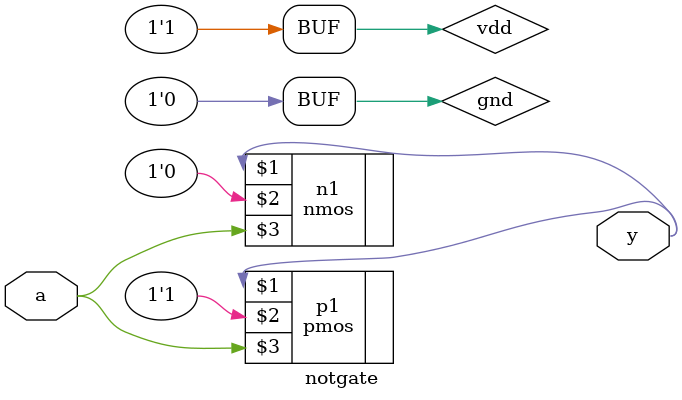
<source format=sv>
module notgate(a,y);
input a;
output y;
supply1 vdd;
supply0 gnd;
pmos p1(y,vdd,a);
nmos n1(y,gnd,a);
endmodule



</source>
